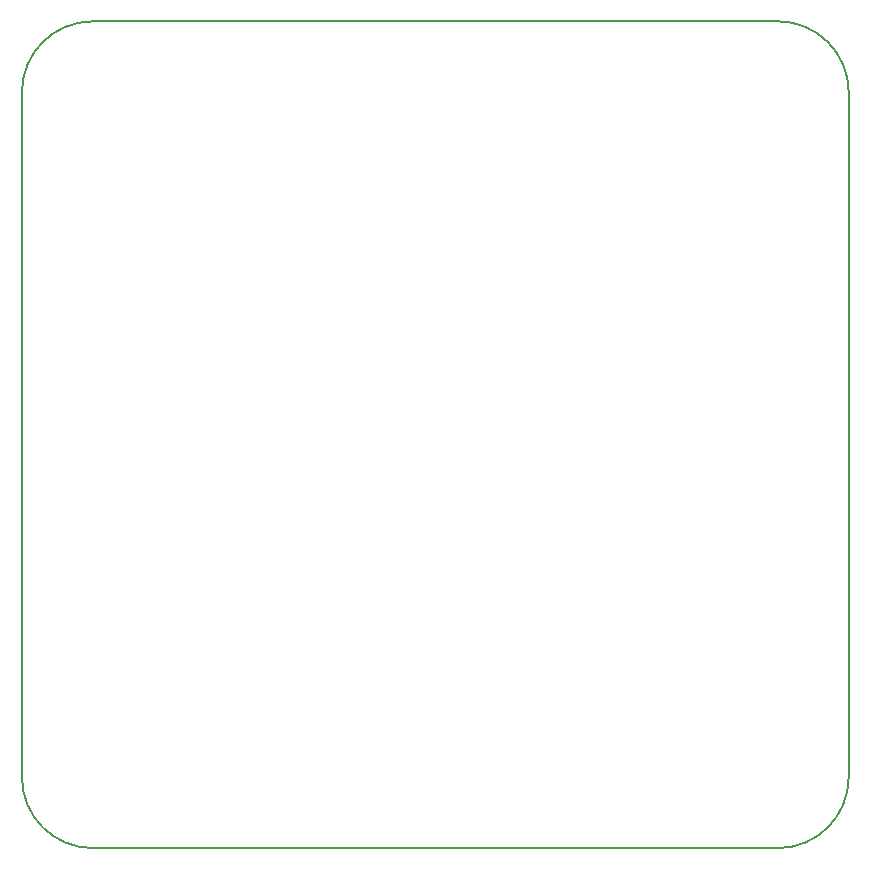
<source format=gbr>
%TF.GenerationSoftware,KiCad,Pcbnew,7.0.1*%
%TF.CreationDate,2023-03-29T16:15:43+02:00*%
%TF.ProjectId,mainboard,6d61696e-626f-4617-9264-2e6b69636164,1.0*%
%TF.SameCoordinates,Original*%
%TF.FileFunction,Profile,NP*%
%FSLAX46Y46*%
G04 Gerber Fmt 4.6, Leading zero omitted, Abs format (unit mm)*
G04 Created by KiCad (PCBNEW 7.0.1) date 2023-03-29 16:15:43*
%MOMM*%
%LPD*%
G01*
G04 APERTURE LIST*
%TA.AperFunction,Profile*%
%ADD10C,0.200000*%
%TD*%
G04 APERTURE END LIST*
D10*
X109900000Y-124600000D02*
X109900000Y-66600000D01*
X179900000Y-66600000D02*
X179900000Y-124600000D01*
X115900000Y-60600000D02*
X173900000Y-60600000D01*
X109900000Y-124600000D02*
G75*
G03*
X115900000Y-130600000I6000000J0D01*
G01*
X179900000Y-66600000D02*
G75*
G03*
X173900000Y-60600000I-6000000J0D01*
G01*
X173900000Y-130600000D02*
X115900000Y-130600000D01*
X173900000Y-130600000D02*
G75*
G03*
X179900000Y-124600000I0J6000000D01*
G01*
X115900000Y-60600000D02*
G75*
G03*
X109900000Y-66600000I0J-6000000D01*
G01*
M02*

</source>
